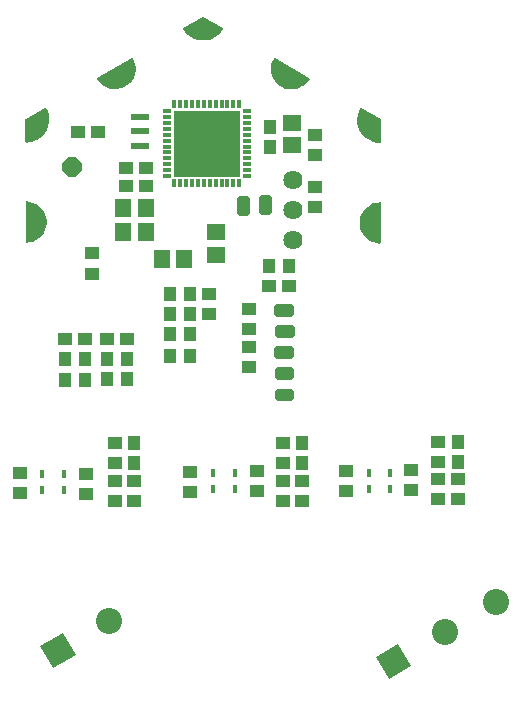
<source format=gbr>
G04 EAGLE Gerber RS-274X export*
G75*
%MOMM*%
%FSLAX34Y34*%
%LPD*%
%INSoldermask Bottom*%
%IPPOS*%
%AMOC8*
5,1,8,0,0,1.08239X$1,22.5*%
G01*
%ADD10R,1.201600X1.101600*%
%ADD11R,1.401600X1.601600*%
%ADD12R,1.101600X1.201600*%
%ADD13R,1.601600X1.401600*%
%ADD14C,1.625600*%
%ADD15P,1.759533X8X22.500000*%
%ADD16R,0.651600X0.401600*%
%ADD17R,0.401600X0.651600*%
%ADD18R,5.701600X5.701600*%
%ADD19R,1.501597X0.501600*%
%ADD20C,1.101600*%
%ADD21C,0.605878*%
%ADD22R,0.401600X0.751600*%
%ADD23C,2.201600*%
%ADD24R,2.201600X2.201600*%

G36*
X150084Y328125D02*
X150084Y328125D01*
X150155Y328134D01*
X150180Y328148D01*
X150208Y328155D01*
X150266Y328197D01*
X150327Y328232D01*
X150345Y328255D01*
X150369Y328273D01*
X150405Y328334D01*
X150448Y328390D01*
X150455Y328419D01*
X150470Y328444D01*
X150486Y328542D01*
X150497Y328583D01*
X150495Y328594D01*
X150497Y328608D01*
X150475Y362569D01*
X150475Y362572D01*
X150475Y362573D01*
X150471Y362590D01*
X150469Y362598D01*
X150472Y362627D01*
X150449Y362694D01*
X150435Y362764D01*
X150419Y362788D01*
X150410Y362816D01*
X150363Y362869D01*
X150323Y362928D01*
X150298Y362943D01*
X150279Y362965D01*
X150215Y362997D01*
X150155Y363035D01*
X150126Y363040D01*
X150100Y363052D01*
X150001Y363061D01*
X149959Y363068D01*
X149948Y363065D01*
X149934Y363066D01*
X147139Y362833D01*
X147106Y362823D01*
X147058Y362819D01*
X144340Y362129D01*
X144309Y362114D01*
X144262Y362102D01*
X141694Y360974D01*
X141666Y360954D01*
X141622Y360935D01*
X139275Y359399D01*
X139250Y359375D01*
X139210Y359348D01*
X137148Y357448D01*
X137129Y357421D01*
X137115Y357412D01*
X137110Y357403D01*
X137092Y357387D01*
X135371Y355173D01*
X135356Y355142D01*
X135326Y355104D01*
X133993Y352636D01*
X133983Y352603D01*
X133960Y352561D01*
X133051Y349908D01*
X133046Y349873D01*
X133031Y349828D01*
X132571Y347061D01*
X132572Y347026D01*
X132564Y346979D01*
X132566Y344174D01*
X132573Y344140D01*
X132573Y344092D01*
X133036Y341326D01*
X133049Y341294D01*
X133057Y341246D01*
X133969Y338594D01*
X133987Y338565D01*
X134002Y338519D01*
X135339Y336053D01*
X135361Y336027D01*
X135384Y335984D01*
X137108Y333772D01*
X137134Y333750D01*
X137164Y333712D01*
X139228Y331814D01*
X139258Y331796D01*
X139293Y331763D01*
X141642Y330231D01*
X141674Y330218D01*
X141715Y330192D01*
X144284Y329067D01*
X144318Y329059D01*
X144362Y329040D01*
X147081Y328353D01*
X147116Y328352D01*
X147162Y328340D01*
X149957Y328110D01*
X149986Y328113D01*
X150015Y328109D01*
X150084Y328125D01*
G37*
G36*
X-72588Y459043D02*
X-72588Y459043D01*
X-72554Y459051D01*
X-72506Y459053D01*
X-69754Y459592D01*
X-69722Y459605D01*
X-69675Y459615D01*
X-67049Y460600D01*
X-67019Y460618D01*
X-66974Y460635D01*
X-64546Y462039D01*
X-64520Y462062D01*
X-64479Y462086D01*
X-62315Y463870D01*
X-62293Y463897D01*
X-62256Y463928D01*
X-60416Y466044D01*
X-60399Y466074D01*
X-60367Y466110D01*
X-58900Y468500D01*
X-58888Y468533D01*
X-58863Y468574D01*
X-57809Y471173D01*
X-57803Y471207D01*
X-57784Y471252D01*
X-57173Y473989D01*
X-57172Y474023D01*
X-57162Y474070D01*
X-57009Y476871D01*
X-57014Y476905D01*
X-57011Y476953D01*
X-57322Y479740D01*
X-57332Y479773D01*
X-57337Y479821D01*
X-58102Y482519D01*
X-58118Y482550D01*
X-58131Y482597D01*
X-59330Y485132D01*
X-59347Y485156D01*
X-59358Y485183D01*
X-59406Y485234D01*
X-59449Y485291D01*
X-59474Y485306D01*
X-59494Y485327D01*
X-59559Y485356D01*
X-59621Y485392D01*
X-59650Y485395D01*
X-59676Y485407D01*
X-59747Y485408D01*
X-59818Y485417D01*
X-59846Y485409D01*
X-59875Y485409D01*
X-59968Y485374D01*
X-60009Y485363D01*
X-60018Y485356D01*
X-60031Y485351D01*
X-89431Y468351D01*
X-89453Y468332D01*
X-89479Y468319D01*
X-89527Y468266D01*
X-89580Y468219D01*
X-89593Y468193D01*
X-89612Y468171D01*
X-89635Y468104D01*
X-89666Y468040D01*
X-89667Y468011D01*
X-89676Y467983D01*
X-89671Y467912D01*
X-89674Y467841D01*
X-89664Y467814D01*
X-89662Y467785D01*
X-89620Y467694D01*
X-89605Y467655D01*
X-89597Y467647D01*
X-89591Y467634D01*
X-87992Y465330D01*
X-87967Y465306D01*
X-87939Y465267D01*
X-85982Y463258D01*
X-85954Y463238D01*
X-85920Y463204D01*
X-83659Y461544D01*
X-83628Y461530D01*
X-83589Y461501D01*
X-81086Y460237D01*
X-81053Y460227D01*
X-81010Y460206D01*
X-78332Y459370D01*
X-78298Y459367D01*
X-78252Y459352D01*
X-75474Y458969D01*
X-75439Y458971D01*
X-75391Y458964D01*
X-72588Y459043D01*
G37*
G36*
X75963Y458570D02*
X75963Y458570D01*
X76011Y458569D01*
X78789Y458952D01*
X78822Y458964D01*
X78870Y458970D01*
X81547Y459806D01*
X81578Y459822D01*
X81623Y459837D01*
X84127Y461101D01*
X84154Y461123D01*
X84197Y461144D01*
X86458Y462804D01*
X86481Y462829D01*
X86520Y462858D01*
X88477Y464867D01*
X88496Y464896D01*
X88529Y464930D01*
X90129Y467234D01*
X90140Y467261D01*
X90159Y467283D01*
X90179Y467351D01*
X90207Y467417D01*
X90208Y467446D01*
X90216Y467474D01*
X90208Y467545D01*
X90209Y467616D01*
X90197Y467642D01*
X90194Y467671D01*
X90159Y467733D01*
X90132Y467799D01*
X90111Y467819D01*
X90097Y467845D01*
X90020Y467908D01*
X89990Y467938D01*
X89979Y467942D01*
X89969Y467951D01*
X60569Y484951D01*
X60541Y484960D01*
X60517Y484977D01*
X60448Y484992D01*
X60380Y485014D01*
X60351Y485012D01*
X60323Y485018D01*
X60253Y485004D01*
X60182Y484999D01*
X60156Y484985D01*
X60127Y484980D01*
X60069Y484940D01*
X60005Y484907D01*
X59987Y484885D01*
X59963Y484869D01*
X59906Y484787D01*
X59879Y484754D01*
X59875Y484744D01*
X59867Y484732D01*
X58669Y482197D01*
X58661Y482163D01*
X58640Y482119D01*
X57875Y479421D01*
X57872Y479387D01*
X57859Y479340D01*
X57549Y476553D01*
X57551Y476526D01*
X57550Y476521D01*
X57552Y476516D01*
X57546Y476471D01*
X57699Y473670D01*
X57708Y473637D01*
X57710Y473589D01*
X58322Y470852D01*
X58336Y470820D01*
X58346Y470773D01*
X59400Y468174D01*
X59419Y468145D01*
X59437Y468100D01*
X60904Y465710D01*
X60928Y465685D01*
X60953Y465644D01*
X62794Y463528D01*
X62821Y463506D01*
X62853Y463470D01*
X65016Y461686D01*
X65047Y461669D01*
X65084Y461639D01*
X67512Y460235D01*
X67545Y460224D01*
X67586Y460200D01*
X70212Y459215D01*
X70246Y459209D01*
X70291Y459192D01*
X73044Y458653D01*
X73078Y458653D01*
X73126Y458643D01*
X75929Y458564D01*
X75963Y458570D01*
G37*
G36*
X-149658Y328789D02*
X-149658Y328789D01*
X-149644Y328787D01*
X-146850Y329021D01*
X-146816Y329031D01*
X-146768Y329034D01*
X-144050Y329725D01*
X-144019Y329740D01*
X-143972Y329752D01*
X-141405Y330880D01*
X-141376Y330900D01*
X-141332Y330919D01*
X-138985Y332455D01*
X-138961Y332479D01*
X-138920Y332505D01*
X-136858Y334406D01*
X-136847Y334421D01*
X-136835Y334430D01*
X-136824Y334447D01*
X-136802Y334467D01*
X-135081Y336681D01*
X-135066Y336712D01*
X-135036Y336750D01*
X-133703Y339217D01*
X-133693Y339251D01*
X-133670Y339293D01*
X-132761Y341946D01*
X-132757Y341981D01*
X-132741Y342026D01*
X-132281Y344793D01*
X-132282Y344827D01*
X-132274Y344875D01*
X-132276Y347679D01*
X-132283Y347713D01*
X-132283Y347761D01*
X-132746Y350527D01*
X-132759Y350560D01*
X-132767Y350607D01*
X-133679Y353259D01*
X-133697Y353289D01*
X-133712Y353335D01*
X-135049Y355800D01*
X-135071Y355827D01*
X-135094Y355869D01*
X-136818Y358081D01*
X-136844Y358104D01*
X-136874Y358142D01*
X-138938Y360040D01*
X-138968Y360058D01*
X-139003Y360091D01*
X-141352Y361623D01*
X-141384Y361636D01*
X-141425Y361662D01*
X-143994Y362787D01*
X-144028Y362794D01*
X-144072Y362814D01*
X-146791Y363500D01*
X-146826Y363502D01*
X-146872Y363514D01*
X-149667Y363744D01*
X-149696Y363740D01*
X-149725Y363745D01*
X-149794Y363729D01*
X-149865Y363720D01*
X-149890Y363706D01*
X-149919Y363699D01*
X-149976Y363657D01*
X-150037Y363621D01*
X-150055Y363598D01*
X-150079Y363581D01*
X-150115Y363520D01*
X-150158Y363463D01*
X-150165Y363435D01*
X-150180Y363410D01*
X-150196Y363312D01*
X-150207Y363270D01*
X-150205Y363259D01*
X-150208Y363246D01*
X-150185Y329285D01*
X-150179Y329256D01*
X-150182Y329227D01*
X-150160Y329159D01*
X-150145Y329090D01*
X-150129Y329066D01*
X-150120Y329038D01*
X-150073Y328984D01*
X-150033Y328926D01*
X-150008Y328910D01*
X-149989Y328888D01*
X-149925Y328857D01*
X-149865Y328819D01*
X-149836Y328814D01*
X-149810Y328801D01*
X-149711Y328793D01*
X-149669Y328786D01*
X-149658Y328789D01*
G37*
G36*
X150155Y413371D02*
X150155Y413371D01*
X150226Y413380D01*
X150251Y413394D01*
X150279Y413401D01*
X150336Y413443D01*
X150398Y413479D01*
X150416Y413502D01*
X150439Y413519D01*
X150475Y413581D01*
X150519Y413637D01*
X150526Y413665D01*
X150540Y413690D01*
X150557Y413789D01*
X150567Y413830D01*
X150566Y413841D01*
X150568Y413854D01*
X150545Y432894D01*
X150530Y432969D01*
X150521Y433046D01*
X150510Y433066D01*
X150505Y433089D01*
X150462Y433152D01*
X150424Y433219D01*
X150404Y433236D01*
X150393Y433252D01*
X150355Y433276D01*
X150296Y433325D01*
X133819Y442865D01*
X133791Y442874D01*
X133768Y442891D01*
X133698Y442905D01*
X133630Y442928D01*
X133601Y442926D01*
X133573Y442932D01*
X133503Y442918D01*
X133432Y442913D01*
X133406Y442900D01*
X133378Y442894D01*
X133319Y442854D01*
X133255Y442821D01*
X133237Y442799D01*
X133213Y442783D01*
X133156Y442701D01*
X133129Y442668D01*
X133125Y442658D01*
X133118Y442647D01*
X131803Y439877D01*
X131795Y439843D01*
X131775Y439801D01*
X130922Y436856D01*
X130919Y436823D01*
X130906Y436778D01*
X130536Y433734D01*
X130539Y433700D01*
X130533Y433653D01*
X130656Y430590D01*
X130664Y430557D01*
X130666Y430510D01*
X131279Y427506D01*
X131292Y427475D01*
X131302Y427429D01*
X132389Y424562D01*
X132407Y424533D01*
X132423Y424489D01*
X133956Y421834D01*
X133979Y421808D01*
X134002Y421768D01*
X135941Y419392D01*
X135967Y419371D01*
X135997Y419334D01*
X138292Y417301D01*
X138321Y417284D01*
X138356Y417253D01*
X140948Y415614D01*
X140979Y415602D01*
X141019Y415577D01*
X143840Y414375D01*
X143873Y414368D01*
X143916Y414350D01*
X146893Y413616D01*
X146927Y413614D01*
X146972Y413603D01*
X150029Y413356D01*
X150057Y413360D01*
X150086Y413355D01*
X150155Y413371D01*
G37*
G36*
X-149866Y413489D02*
X-149866Y413489D01*
X-149853Y413488D01*
X-146796Y413734D01*
X-146764Y413744D01*
X-146717Y413747D01*
X-143740Y414481D01*
X-143709Y414496D01*
X-143664Y414507D01*
X-140843Y415708D01*
X-140815Y415728D01*
X-140772Y415746D01*
X-138180Y417385D01*
X-138156Y417408D01*
X-138116Y417433D01*
X-135821Y419466D01*
X-135801Y419493D01*
X-135765Y419524D01*
X-133826Y421899D01*
X-133810Y421929D01*
X-133780Y421965D01*
X-132247Y424621D01*
X-132237Y424653D01*
X-132213Y424693D01*
X-131798Y425788D01*
X-131609Y426287D01*
X-131608Y426287D01*
X-131419Y426786D01*
X-131230Y427285D01*
X-131230Y427286D01*
X-131126Y427560D01*
X-131120Y427594D01*
X-131103Y427637D01*
X-130490Y430642D01*
X-130490Y430675D01*
X-130480Y430721D01*
X-130357Y433785D01*
X-130362Y433818D01*
X-130360Y433865D01*
X-130730Y436909D01*
X-130740Y436941D01*
X-130746Y436988D01*
X-131599Y439933D01*
X-131615Y439963D01*
X-131627Y440008D01*
X-132942Y442778D01*
X-132959Y442801D01*
X-132969Y442829D01*
X-133018Y442880D01*
X-133061Y442937D01*
X-133086Y442952D01*
X-133106Y442973D01*
X-133171Y443001D01*
X-133233Y443037D01*
X-133262Y443041D01*
X-133288Y443052D01*
X-133359Y443053D01*
X-133430Y443062D01*
X-133458Y443054D01*
X-133487Y443054D01*
X-133581Y443019D01*
X-133622Y443008D01*
X-133630Y443001D01*
X-133643Y442996D01*
X-150120Y433457D01*
X-150178Y433406D01*
X-150240Y433360D01*
X-150252Y433340D01*
X-150269Y433325D01*
X-150302Y433255D01*
X-150341Y433189D01*
X-150346Y433164D01*
X-150355Y433145D01*
X-150356Y433101D01*
X-150369Y433025D01*
X-150392Y413986D01*
X-150386Y413958D01*
X-150389Y413929D01*
X-150367Y413861D01*
X-150353Y413791D01*
X-150336Y413767D01*
X-150327Y413740D01*
X-150281Y413686D01*
X-150240Y413627D01*
X-150216Y413611D01*
X-150197Y413589D01*
X-150133Y413558D01*
X-150073Y413520D01*
X-150044Y413515D01*
X-150018Y413502D01*
X-149919Y413494D01*
X-149877Y413486D01*
X-149866Y413489D01*
G37*
G36*
X1585Y500062D02*
X1585Y500062D01*
X1632Y500061D01*
X4658Y500553D01*
X4690Y500565D01*
X4736Y500573D01*
X7645Y501544D01*
X7674Y501560D01*
X7719Y501575D01*
X10434Y503000D01*
X10460Y503021D01*
X10502Y503043D01*
X12953Y504885D01*
X12975Y504910D01*
X13013Y504938D01*
X15137Y507149D01*
X15155Y507178D01*
X15188Y507212D01*
X16930Y509735D01*
X16941Y509762D01*
X16959Y509784D01*
X16980Y509852D01*
X17008Y509918D01*
X17008Y509947D01*
X17016Y509975D01*
X17008Y510046D01*
X17008Y510117D01*
X16997Y510143D01*
X16994Y510172D01*
X16959Y510235D01*
X16931Y510300D01*
X16910Y510320D01*
X16896Y510346D01*
X16819Y510409D01*
X16789Y510439D01*
X16778Y510443D01*
X16768Y510451D01*
X268Y519951D01*
X195Y519976D01*
X124Y520007D01*
X101Y520007D01*
X79Y520014D01*
X3Y520008D01*
X-74Y520009D01*
X-99Y520000D01*
X-119Y519999D01*
X-159Y519978D01*
X-230Y519951D01*
X-16730Y510451D01*
X-16752Y510432D01*
X-16778Y510420D01*
X-16826Y510367D01*
X-16879Y510320D01*
X-16892Y510294D01*
X-16911Y510272D01*
X-16935Y510205D01*
X-16965Y510141D01*
X-16967Y510112D01*
X-16976Y510084D01*
X-16971Y510013D01*
X-16975Y509942D01*
X-16965Y509915D01*
X-16963Y509886D01*
X-16920Y509795D01*
X-16905Y509755D01*
X-16898Y509747D01*
X-16892Y509735D01*
X-15150Y507212D01*
X-15126Y507188D01*
X-15100Y507149D01*
X-12976Y504938D01*
X-12948Y504919D01*
X-12915Y504885D01*
X-10464Y503043D01*
X-10433Y503028D01*
X-10396Y503000D01*
X-7681Y501575D01*
X-7649Y501566D01*
X-7607Y501544D01*
X-4699Y500573D01*
X-4665Y500568D01*
X-4621Y500553D01*
X-1594Y500061D01*
X-1561Y500063D01*
X-1514Y500055D01*
X1552Y500055D01*
X1585Y500062D01*
G37*
D10*
X-65088Y376833D03*
X-48088Y376833D03*
D11*
X-48628Y338098D03*
X-67628Y338098D03*
D10*
X-105583Y422633D03*
X-88583Y422633D03*
X-64943Y392153D03*
X-47943Y392153D03*
D11*
X-48628Y358418D03*
X-67628Y358418D03*
D12*
X56896Y427124D03*
X56896Y410124D03*
D13*
X74898Y411219D03*
X74898Y430219D03*
D14*
X76200Y330994D03*
X76200Y356394D03*
X76200Y381794D03*
D15*
X-111125Y392906D03*
D10*
X94456Y419917D03*
X94456Y402917D03*
X94456Y376006D03*
X94456Y359006D03*
X-94338Y319723D03*
X-94338Y302723D03*
D16*
X-30625Y385243D03*
X-30625Y390244D03*
X-30625Y395246D03*
X-30625Y400247D03*
X-30625Y405248D03*
X-30625Y410249D03*
X-30625Y415251D03*
X-30625Y420252D03*
X-30625Y425253D03*
X-30625Y430254D03*
X-30625Y435256D03*
X-30625Y440257D03*
D17*
X-24332Y446550D03*
X-19331Y446550D03*
X-14329Y446550D03*
X-9328Y446550D03*
X-4327Y446550D03*
X674Y446550D03*
X5676Y446550D03*
X10677Y446550D03*
X15678Y446550D03*
X20679Y446550D03*
X25681Y446550D03*
X30682Y446550D03*
D16*
X36975Y440257D03*
X36975Y435256D03*
X36975Y430254D03*
X36975Y425253D03*
X36975Y420252D03*
X36975Y415251D03*
X36975Y410249D03*
X36975Y405248D03*
X36975Y400247D03*
X36975Y395246D03*
X36975Y390244D03*
X36975Y385243D03*
D17*
X30682Y378950D03*
X25681Y378950D03*
X20679Y378950D03*
X15678Y378950D03*
X10677Y378950D03*
X5676Y378950D03*
X674Y378950D03*
X-4327Y378950D03*
X-9328Y378950D03*
X-14329Y378950D03*
X-19331Y378950D03*
X-24332Y378950D03*
D18*
X3175Y412750D03*
D19*
X-53181Y411069D03*
X-53181Y423069D03*
X-53181Y435069D03*
D20*
X19Y511519D03*
X143118Y428893D03*
X-70981Y470419D03*
X71519Y470019D03*
X143041Y345557D03*
X-142942Y429025D03*
X-142751Y346297D03*
D21*
X62847Y239112D02*
X73805Y239112D01*
X73805Y234154D01*
X62847Y234154D01*
X62847Y239112D01*
X63038Y215866D02*
X73996Y215866D01*
X63038Y215866D02*
X63038Y220824D01*
X73996Y220824D01*
X73996Y215866D01*
X73996Y202726D02*
X63038Y202726D01*
X73996Y202726D02*
X73996Y197768D01*
X63038Y197768D01*
X63038Y202726D01*
D22*
X-117837Y132626D03*
X-117837Y119126D03*
D10*
X-99124Y115643D03*
X-99124Y132643D03*
X-155416Y117167D03*
X-155416Y134167D03*
D22*
X-136125Y132626D03*
X-136125Y119126D03*
D11*
X-15900Y315436D03*
X-34900Y315436D03*
D13*
X10954Y318795D03*
X10954Y337795D03*
D10*
X198882Y160202D03*
X198882Y143202D03*
X198723Y111452D03*
X198723Y128452D03*
D12*
X-10868Y251778D03*
X-27868Y251778D03*
X215868Y160202D03*
X215868Y143202D03*
D10*
X215710Y128452D03*
X215710Y111452D03*
D22*
X26689Y133642D03*
X26689Y120142D03*
D10*
X45561Y118818D03*
X45561Y135818D03*
X-10827Y117738D03*
X-10827Y134738D03*
D22*
X8147Y133642D03*
X8147Y120142D03*
X158261Y133642D03*
X158261Y120142D03*
D10*
X176371Y119453D03*
X176371Y136453D03*
X120872Y118373D03*
X120872Y135373D03*
D22*
X140227Y133642D03*
X140227Y120142D03*
D12*
X-11376Y232728D03*
X-28376Y232728D03*
D10*
X67310Y159154D03*
X67310Y142154D03*
X67310Y109928D03*
X67310Y126928D03*
D12*
X83661Y159313D03*
X83661Y142313D03*
D10*
X83979Y126928D03*
X83979Y109928D03*
X-74962Y159408D03*
X-74962Y142408D03*
X-74962Y110182D03*
X-74962Y127182D03*
D12*
X-58611Y159567D03*
X-58611Y142567D03*
D10*
X-58293Y127182D03*
X-58293Y110182D03*
D12*
X-10868Y285591D03*
X-27868Y285591D03*
D10*
X5398Y268043D03*
X5398Y285043D03*
D12*
X-10868Y268129D03*
X-27868Y268129D03*
D10*
X38735Y255978D03*
X38735Y272978D03*
D12*
X-81049Y230505D03*
X-64049Y230505D03*
X-64049Y213201D03*
X-81049Y213201D03*
D10*
X-81049Y247333D03*
X-64049Y247333D03*
X72476Y291783D03*
X55476Y291783D03*
D12*
X55794Y309086D03*
X72794Y309086D03*
D10*
X38894Y240751D03*
X38894Y223751D03*
D12*
X-116895Y230537D03*
X-99895Y230537D03*
X-117053Y212757D03*
X-100053Y212757D03*
D10*
X-117053Y247523D03*
X-100053Y247523D03*
D21*
X63546Y256892D02*
X74504Y256892D01*
X74504Y251934D01*
X63546Y251934D01*
X63546Y256892D01*
D23*
X204470Y-635D03*
D24*
G36*
X176206Y-29664D02*
X157140Y-40672D01*
X146132Y-21606D01*
X165198Y-10598D01*
X176206Y-29664D01*
G37*
D23*
X247771Y24365D03*
X-79314Y8690D03*
D24*
G36*
X-107579Y-20339D02*
X-126645Y-31347D01*
X-137653Y-12281D01*
X-118587Y-1273D01*
X-107579Y-20339D01*
G37*
D21*
X62847Y274513D02*
X73805Y274513D01*
X73805Y269555D01*
X62847Y269555D01*
X62847Y274513D01*
X36261Y354947D02*
X36261Y365905D01*
X36261Y354947D02*
X31303Y354947D01*
X31303Y365905D01*
X36261Y365905D01*
X36261Y360703D02*
X31303Y360703D01*
X54549Y355455D02*
X54549Y366413D01*
X54549Y355455D02*
X49591Y355455D01*
X49591Y366413D01*
X54549Y366413D01*
X54549Y361211D02*
X49591Y361211D01*
M02*

</source>
